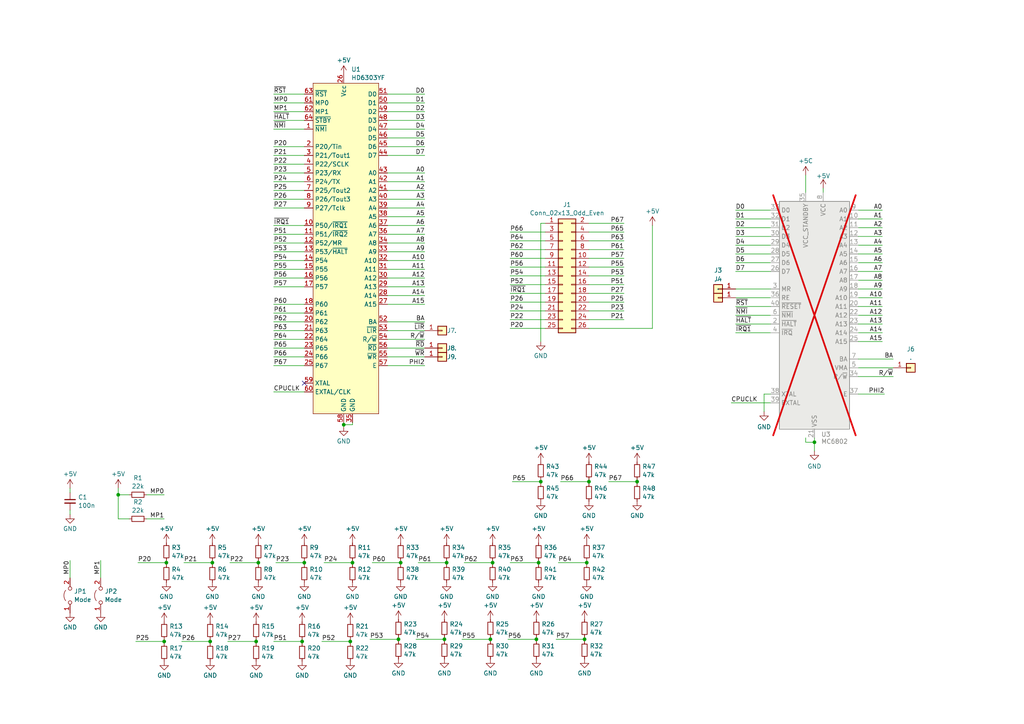
<source format=kicad_sch>
(kicad_sch (version 20230121) (generator eeschema)
  (paper "A4")
  (junction (at 184.785 139.7))
  (junction (at 74.93 163.195))
  (junction (at 128.905 185.42))
  (junction (at 169.545 185.42))
  (junction (at 156.21 163.195))
  (junction (at 129.54 163.195))
  (junction (at 61.595 163.195))
  (junction (at 236.22 128.27))
  (junction (at 99.695 123.19))
  (junction (at 101.6 186.055))
  (junction (at 88.265 163.195))
  (junction (at 102.235 163.195))
  (junction (at 47.625 186.055))
  (junction (at 116.205 163.195))
  (junction (at 142.24 185.42))
  (junction (at 155.575 185.42))
  (junction (at 156.845 139.7))
  (junction (at 34.29 143.51))
  (junction (at 142.875 163.195))
  (junction (at 60.96 186.055))
  (junction (at 87.63 186.055))
  (junction (at 170.815 139.7))
  (junction (at 115.57 185.42))
  (junction (at 48.26 163.195))
  (junction (at 170.18 163.195))
  (junction (at 74.295 186.055))
  (no_connect (at 88.265 111.125))
  (wire (pts (xy 79.375 80.645) (xy 88.265 80.645)))
  (wire (pts (xy 223.52 73.66) (xy 213.36 73.66)))
  (wire (pts (xy 170.815 92.71) (xy 180.975 92.71)))
  (wire (pts (xy 79.375 113.665) (xy 88.265 113.665)))
  (wire (pts (xy 248.92 99.06) (xy 255.905 99.06)))
  (wire (pts (xy 156.21 163.195) (xy 156.21 162.56)))
  (wire (pts (xy 170.815 95.25) (xy 189.23 95.25)))
  (wire (pts (xy 79.375 45.085) (xy 88.265 45.085)))
  (wire (pts (xy 20.32 149.225) (xy 20.32 147.955)))
  (wire (pts (xy 259.08 104.14) (xy 248.92 104.14)))
  (wire (pts (xy 223.52 60.96) (xy 213.36 60.96)))
  (wire (pts (xy 112.395 83.185) (xy 123.19 83.185)))
  (wire (pts (xy 170.815 77.47) (xy 180.975 77.47)))
  (wire (pts (xy 87.63 186.055) (xy 87.63 185.42)))
  (wire (pts (xy 47.625 186.055) (xy 47.625 185.42)))
  (wire (pts (xy 40.005 163.195) (xy 48.26 163.195)))
  (wire (pts (xy 223.52 66.04) (xy 213.36 66.04)))
  (wire (pts (xy 79.375 60.325) (xy 88.265 60.325)))
  (wire (pts (xy 112.395 88.265) (xy 123.19 88.265)))
  (wire (pts (xy 116.205 163.83) (xy 116.205 163.195)))
  (wire (pts (xy 79.375 37.465) (xy 88.265 37.465)))
  (wire (pts (xy 74.93 163.195) (xy 74.93 162.56)))
  (wire (pts (xy 61.595 163.83) (xy 61.595 163.195)))
  (wire (pts (xy 213.36 83.82) (xy 223.52 83.82)))
  (wire (pts (xy 20.32 167.64) (xy 20.32 162.56)))
  (wire (pts (xy 112.395 52.705) (xy 123.19 52.705)))
  (wire (pts (xy 99.695 122.555) (xy 99.695 123.19)))
  (wire (pts (xy 128.905 186.055) (xy 128.905 185.42)))
  (wire (pts (xy 88.265 163.83) (xy 88.265 163.195)))
  (wire (pts (xy 129.54 163.195) (xy 129.54 162.56)))
  (wire (pts (xy 74.93 163.83) (xy 74.93 163.195)))
  (wire (pts (xy 112.395 60.325) (xy 123.19 60.325)))
  (wire (pts (xy 107.315 185.42) (xy 115.57 185.42)))
  (wire (pts (xy 112.395 50.165) (xy 123.19 50.165)))
  (wire (pts (xy 212.09 116.84) (xy 223.52 116.84)))
  (wire (pts (xy 112.395 98.425) (xy 123.19 98.425)))
  (wire (pts (xy 233.68 128.27) (xy 233.68 127)))
  (wire (pts (xy 74.295 186.055) (xy 74.295 185.42)))
  (wire (pts (xy 223.52 114.3) (xy 221.615 114.3)))
  (wire (pts (xy 29.21 167.64) (xy 29.21 162.56)))
  (wire (pts (xy 213.36 88.9) (xy 223.52 88.9)))
  (wire (pts (xy 79.375 27.305) (xy 88.265 27.305)))
  (wire (pts (xy 79.375 73.025) (xy 88.265 73.025)))
  (wire (pts (xy 213.36 96.52) (xy 223.52 96.52)))
  (wire (pts (xy 156.845 139.7) (xy 156.845 139.065)))
  (wire (pts (xy 112.395 78.105) (xy 123.19 78.105)))
  (wire (pts (xy 169.545 186.055) (xy 169.545 185.42)))
  (wire (pts (xy 20.32 141.605) (xy 20.32 142.875)))
  (wire (pts (xy 147.955 163.195) (xy 156.21 163.195)))
  (wire (pts (xy 213.36 86.36) (xy 223.52 86.36)))
  (wire (pts (xy 112.395 29.845) (xy 123.19 29.845)))
  (wire (pts (xy 79.375 50.165) (xy 88.265 50.165)))
  (wire (pts (xy 112.395 73.025) (xy 123.19 73.025)))
  (wire (pts (xy 79.375 57.785) (xy 88.265 57.785)))
  (wire (pts (xy 79.375 90.805) (xy 88.265 90.805)))
  (wire (pts (xy 112.395 34.925) (xy 123.19 34.925)))
  (wire (pts (xy 259.08 106.68) (xy 248.92 106.68)))
  (wire (pts (xy 47.625 186.69) (xy 47.625 186.055)))
  (wire (pts (xy 142.875 163.83) (xy 142.875 163.195)))
  (wire (pts (xy 248.92 96.52) (xy 255.905 96.52)))
  (wire (pts (xy 79.375 32.385) (xy 88.265 32.385)))
  (wire (pts (xy 112.395 80.645) (xy 123.19 80.645)))
  (wire (pts (xy 156.845 140.335) (xy 156.845 139.7)))
  (wire (pts (xy 93.98 163.195) (xy 102.235 163.195)))
  (wire (pts (xy 170.18 163.83) (xy 170.18 163.195)))
  (wire (pts (xy 79.375 98.425) (xy 88.265 98.425)))
  (wire (pts (xy 112.395 85.725) (xy 123.19 85.725)))
  (wire (pts (xy 112.395 65.405) (xy 123.19 65.405)))
  (wire (pts (xy 170.815 87.63) (xy 180.975 87.63)))
  (wire (pts (xy 112.395 32.385) (xy 123.19 32.385)))
  (wire (pts (xy 142.24 185.42) (xy 142.24 184.785)))
  (wire (pts (xy 34.29 150.495) (xy 37.465 150.495)))
  (wire (pts (xy 79.375 70.485) (xy 88.265 70.485)))
  (wire (pts (xy 79.375 106.045) (xy 88.265 106.045)))
  (wire (pts (xy 52.705 186.055) (xy 60.96 186.055)))
  (wire (pts (xy 248.92 93.98) (xy 255.905 93.98)))
  (wire (pts (xy 60.96 186.055) (xy 60.96 185.42)))
  (wire (pts (xy 88.265 163.195) (xy 88.265 162.56)))
  (wire (pts (xy 236.22 128.27) (xy 236.22 130.81)))
  (wire (pts (xy 170.815 74.93) (xy 180.975 74.93)))
  (wire (pts (xy 107.95 163.195) (xy 116.205 163.195)))
  (wire (pts (xy 223.52 68.58) (xy 213.36 68.58)))
  (wire (pts (xy 233.68 50.8) (xy 233.68 55.88)))
  (wire (pts (xy 134.62 163.195) (xy 142.875 163.195)))
  (wire (pts (xy 112.395 62.865) (xy 123.19 62.865)))
  (wire (pts (xy 34.29 141.605) (xy 34.29 143.51)))
  (wire (pts (xy 170.815 72.39) (xy 180.975 72.39)))
  (wire (pts (xy 147.955 87.63) (xy 158.115 87.63)))
  (wire (pts (xy 60.96 186.69) (xy 60.96 186.055)))
  (wire (pts (xy 189.23 65.405) (xy 189.23 95.25)))
  (wire (pts (xy 80.01 163.195) (xy 88.265 163.195)))
  (wire (pts (xy 155.575 186.055) (xy 155.575 185.42)))
  (wire (pts (xy 248.92 60.96) (xy 255.905 60.96)))
  (wire (pts (xy 162.56 139.7) (xy 170.815 139.7)))
  (wire (pts (xy 147.955 72.39) (xy 158.115 72.39)))
  (wire (pts (xy 79.375 34.925) (xy 88.265 34.925)))
  (wire (pts (xy 112.395 57.785) (xy 123.19 57.785)))
  (wire (pts (xy 79.375 88.265) (xy 88.265 88.265)))
  (wire (pts (xy 79.375 55.245) (xy 88.265 55.245)))
  (wire (pts (xy 248.92 83.82) (xy 255.905 83.82)))
  (wire (pts (xy 238.76 54.61) (xy 238.76 55.88)))
  (wire (pts (xy 79.375 29.845) (xy 88.265 29.845)))
  (wire (pts (xy 79.375 83.185) (xy 88.265 83.185)))
  (wire (pts (xy 79.375 186.055) (xy 87.63 186.055)))
  (wire (pts (xy 34.29 143.51) (xy 37.465 143.51)))
  (wire (pts (xy 147.32 185.42) (xy 155.575 185.42)))
  (wire (pts (xy 170.815 80.01) (xy 180.975 80.01)))
  (wire (pts (xy 116.205 163.195) (xy 116.205 162.56)))
  (wire (pts (xy 148.59 139.7) (xy 156.845 139.7)))
  (wire (pts (xy 79.375 52.705) (xy 88.265 52.705)))
  (wire (pts (xy 221.615 114.3) (xy 221.615 119.38)))
  (wire (pts (xy 112.395 103.505) (xy 123.19 103.505)))
  (wire (pts (xy 248.92 71.12) (xy 255.905 71.12)))
  (wire (pts (xy 61.595 163.195) (xy 61.595 162.56)))
  (wire (pts (xy 156.21 163.83) (xy 156.21 163.195)))
  (wire (pts (xy 170.815 140.335) (xy 170.815 139.7)))
  (wire (pts (xy 248.92 73.66) (xy 255.905 73.66)))
  (wire (pts (xy 248.92 86.36) (xy 255.905 86.36)))
  (wire (pts (xy 133.985 185.42) (xy 142.24 185.42)))
  (wire (pts (xy 223.52 76.2) (xy 213.36 76.2)))
  (wire (pts (xy 170.815 67.31) (xy 180.975 67.31)))
  (wire (pts (xy 93.345 186.055) (xy 101.6 186.055)))
  (wire (pts (xy 42.545 143.51) (xy 47.625 143.51)))
  (wire (pts (xy 248.92 76.2) (xy 255.905 76.2)))
  (wire (pts (xy 156.845 64.77) (xy 156.845 99.06)))
  (wire (pts (xy 170.815 69.85) (xy 180.975 69.85)))
  (wire (pts (xy 248.92 68.58) (xy 255.905 68.58)))
  (wire (pts (xy 112.395 27.305) (xy 123.19 27.305)))
  (wire (pts (xy 147.955 85.09) (xy 158.115 85.09)))
  (wire (pts (xy 158.115 64.77) (xy 156.845 64.77)))
  (wire (pts (xy 79.375 47.625) (xy 88.265 47.625)))
  (wire (pts (xy 248.92 88.9) (xy 255.905 88.9)))
  (wire (pts (xy 79.375 100.965) (xy 88.265 100.965)))
  (wire (pts (xy 66.04 186.055) (xy 74.295 186.055)))
  (wire (pts (xy 169.545 185.42) (xy 169.545 184.785)))
  (wire (pts (xy 223.52 63.5) (xy 213.36 63.5)))
  (wire (pts (xy 79.375 93.345) (xy 88.265 93.345)))
  (wire (pts (xy 176.53 139.7) (xy 184.785 139.7)))
  (wire (pts (xy 147.955 95.25) (xy 158.115 95.25)))
  (wire (pts (xy 147.955 90.17) (xy 158.115 90.17)))
  (wire (pts (xy 112.395 95.885) (xy 123.19 95.885)))
  (wire (pts (xy 79.375 65.405) (xy 88.265 65.405)))
  (wire (pts (xy 248.92 78.74) (xy 255.905 78.74)))
  (wire (pts (xy 102.235 122.555) (xy 102.235 123.19)))
  (wire (pts (xy 99.695 123.19) (xy 99.695 123.825)))
  (wire (pts (xy 102.235 123.19) (xy 99.695 123.19)))
  (wire (pts (xy 129.54 163.83) (xy 129.54 163.195)))
  (wire (pts (xy 115.57 185.42) (xy 115.57 184.785)))
  (wire (pts (xy 79.375 42.545) (xy 88.265 42.545)))
  (wire (pts (xy 213.36 93.98) (xy 223.52 93.98)))
  (wire (pts (xy 42.545 150.495) (xy 47.625 150.495)))
  (wire (pts (xy 142.875 163.195) (xy 142.875 162.56)))
  (wire (pts (xy 79.375 78.105) (xy 88.265 78.105)))
  (wire (pts (xy 161.925 163.195) (xy 170.18 163.195)))
  (wire (pts (xy 147.955 82.55) (xy 158.115 82.55)))
  (wire (pts (xy 120.65 185.42) (xy 128.905 185.42)))
  (wire (pts (xy 248.92 91.44) (xy 255.905 91.44)))
  (wire (pts (xy 223.52 71.12) (xy 213.36 71.12)))
  (wire (pts (xy 147.955 80.01) (xy 158.115 80.01)))
  (wire (pts (xy 79.375 95.885) (xy 88.265 95.885)))
  (wire (pts (xy 34.29 143.51) (xy 34.29 150.495)))
  (wire (pts (xy 170.815 82.55) (xy 180.975 82.55)))
  (wire (pts (xy 161.29 185.42) (xy 169.545 185.42)))
  (wire (pts (xy 79.375 67.945) (xy 88.265 67.945)))
  (wire (pts (xy 248.92 63.5) (xy 255.905 63.5)))
  (wire (pts (xy 147.955 92.71) (xy 158.115 92.71)))
  (wire (pts (xy 101.6 186.055) (xy 101.6 185.42)))
  (wire (pts (xy 170.815 139.7) (xy 170.815 139.065)))
  (wire (pts (xy 102.235 163.195) (xy 102.235 162.56)))
  (wire (pts (xy 184.785 139.7) (xy 184.785 139.065)))
  (wire (pts (xy 213.36 91.44) (xy 223.52 91.44)))
  (wire (pts (xy 74.295 186.69) (xy 74.295 186.055)))
  (wire (pts (xy 259.08 109.22) (xy 248.92 109.22)))
  (wire (pts (xy 142.24 186.055) (xy 142.24 185.42)))
  (wire (pts (xy 184.785 140.335) (xy 184.785 139.7)))
  (wire (pts (xy 256.54 114.3) (xy 248.92 114.3)))
  (wire (pts (xy 112.395 55.245) (xy 123.19 55.245)))
  (wire (pts (xy 112.395 42.545) (xy 123.19 42.545)))
  (wire (pts (xy 223.52 78.74) (xy 213.36 78.74)))
  (wire (pts (xy 170.815 64.77) (xy 180.975 64.77)))
  (wire (pts (xy 147.955 67.31) (xy 158.115 67.31)))
  (wire (pts (xy 112.395 93.345) (xy 123.19 93.345)))
  (wire (pts (xy 147.955 74.93) (xy 158.115 74.93)))
  (wire (pts (xy 66.675 163.195) (xy 74.93 163.195)))
  (wire (pts (xy 79.375 103.505) (xy 88.265 103.505)))
  (wire (pts (xy 128.905 185.42) (xy 128.905 184.785)))
  (wire (pts (xy 248.92 81.28) (xy 255.905 81.28)))
  (wire (pts (xy 115.57 186.055) (xy 115.57 185.42)))
  (wire (pts (xy 236.22 127) (xy 236.22 128.27)))
  (wire (pts (xy 121.285 163.195) (xy 129.54 163.195)))
  (wire (pts (xy 112.395 67.945) (xy 123.19 67.945)))
  (wire (pts (xy 170.18 163.195) (xy 170.18 162.56)))
  (wire (pts (xy 101.6 186.69) (xy 101.6 186.055)))
  (wire (pts (xy 79.375 75.565) (xy 88.265 75.565)))
  (wire (pts (xy 248.92 66.04) (xy 255.905 66.04)))
  (wire (pts (xy 112.395 45.085) (xy 123.19 45.085)))
  (wire (pts (xy 236.22 128.27) (xy 233.68 128.27)))
  (wire (pts (xy 170.815 85.09) (xy 180.975 85.09)))
  (wire (pts (xy 53.34 163.195) (xy 61.595 163.195)))
  (wire (pts (xy 48.26 163.195) (xy 48.26 162.56)))
  (wire (pts (xy 48.26 163.83) (xy 48.26 163.195)))
  (wire (pts (xy 147.955 69.85) (xy 158.115 69.85)))
  (wire (pts (xy 112.395 70.485) (xy 123.19 70.485)))
  (wire (pts (xy 112.395 37.465) (xy 123.19 37.465)))
  (wire (pts (xy 112.395 75.565) (xy 123.19 75.565)))
  (wire (pts (xy 147.955 77.47) (xy 158.115 77.47)))
  (wire (pts (xy 87.63 186.69) (xy 87.63 186.055)))
  (wire (pts (xy 102.235 163.83) (xy 102.235 163.195)))
  (wire (pts (xy 39.37 186.055) (xy 47.625 186.055)))
  (wire (pts (xy 155.575 185.42) (xy 155.575 184.785)))
  (wire (pts (xy 112.395 100.965) (xy 123.19 100.965)))
  (wire (pts (xy 112.395 106.045) (xy 123.19 106.045)))
  (wire (pts (xy 170.815 90.17) (xy 180.975 90.17)))
  (wire (pts (xy 112.395 40.005) (xy 123.19 40.005)))
  (label "A8" (at 255.905 81.28 180))
  (label "P54" (at 79.375 75.565 0))
  (label "P61" (at 180.975 72.39 180))
  (label "D3" (at 123.19 34.925 180))
  (label "R{slash}~{W}" (at 123.19 98.425 180))
  (label "PHI2" (at 256.54 114.3 180))
  (label "P55" (at 79.375 78.105 0))
  (label "BA" (at 259.08 104.14 180))
  (label "PHI2" (at 123.19 106.045 180))
  (label "MP1" (at 79.375 32.385 0))
  (label "P63" (at 147.955 163.195 0))
  (label "D1" (at 213.36 63.5 0))
  (label "~{IRQ1}" (at 79.375 65.405 0))
  (label "A14" (at 255.905 96.52 180))
  (label "P66" (at 162.56 139.7 0))
  (label "P57" (at 180.975 74.93 180))
  (label "P53" (at 79.375 73.025 0))
  (label "A7" (at 123.19 67.945 180))
  (label "P24" (at 147.955 90.17 0))
  (label "D7" (at 213.36 78.74 0))
  (label "~{NMI}" (at 213.36 91.44 0))
  (label "P27" (at 180.975 85.09 180))
  (label "P25" (at 39.37 186.055 0))
  (label "P26" (at 52.705 186.055 0))
  (label "P61" (at 79.375 90.805 0))
  (label "P60" (at 147.955 74.93 0))
  (label "A6" (at 255.905 76.2 180))
  (label "P67" (at 180.975 64.77 180))
  (label "A15" (at 123.19 88.265 180))
  (label "~{HALT}" (at 79.375 34.925 0))
  (label "P62" (at 79.375 93.345 0))
  (label "R{slash}~{W}" (at 259.08 109.22 180))
  (label "D3" (at 213.36 68.58 0))
  (label "P22" (at 147.955 92.71 0))
  (label "P56" (at 147.955 77.47 0))
  (label "P64" (at 161.925 163.195 0))
  (label "D6" (at 213.36 76.2 0))
  (label "P54" (at 120.65 185.42 0))
  (label "P65" (at 180.975 67.31 180))
  (label "A5" (at 255.905 73.66 180))
  (label "P20" (at 79.375 42.545 0))
  (label "A6" (at 123.19 65.405 180))
  (label "P22" (at 66.675 163.195 0))
  (label "A5" (at 123.19 62.865 180))
  (label "A1" (at 255.905 63.5 180))
  (label "P66" (at 79.375 103.505 0))
  (label "P51" (at 180.975 82.55 180))
  (label "P25" (at 180.975 87.63 180))
  (label "P23" (at 80.01 163.195 0))
  (label "P26" (at 79.375 57.785 0))
  (label "P61" (at 121.285 163.195 0))
  (label "D0" (at 213.36 60.96 0))
  (label "BA" (at 123.19 93.345 180))
  (label "P23" (at 79.375 50.165 0))
  (label "D7" (at 123.19 45.085 180))
  (label "D2" (at 213.36 66.04 0))
  (label "P64" (at 79.375 98.425 0))
  (label "~{WR}" (at 123.19 103.505 180))
  (label "P24" (at 93.98 163.195 0))
  (label "P20" (at 40.005 163.195 0))
  (label "~{IRQ1}" (at 213.36 96.52 0))
  (label "A3" (at 255.905 68.58 180))
  (label "D5" (at 213.36 73.66 0))
  (label "CPUCLK" (at 79.375 113.665 0))
  (label "P51" (at 79.375 67.945 0))
  (label "A12" (at 123.19 80.645 180))
  (label "P63" (at 79.375 95.885 0))
  (label "P57" (at 79.375 83.185 0))
  (label "P55" (at 180.975 77.47 180))
  (label "P63" (at 180.975 69.85 180))
  (label "P21" (at 79.375 45.085 0))
  (label "P52" (at 79.375 70.485 0))
  (label "D6" (at 123.19 42.545 180))
  (label "P57" (at 161.29 185.42 0))
  (label "A0" (at 255.905 60.96 180))
  (label "P67" (at 79.375 106.045 0))
  (label "P52" (at 147.955 82.55 0))
  (label "P27" (at 66.04 186.055 0))
  (label "P20" (at 147.955 95.25 0))
  (label "P62" (at 147.955 72.39 0))
  (label "P53" (at 107.315 185.42 0))
  (label "D0" (at 123.19 27.305 180))
  (label "~{IRQ1}" (at 147.955 85.09 0))
  (label "MP0" (at 79.375 29.845 0))
  (label "D1" (at 123.19 29.845 180))
  (label "MP0" (at 20.32 162.56 270))
  (label "P21" (at 180.975 92.71 180))
  (label "P53" (at 180.975 80.01 180))
  (label "P27" (at 79.375 60.325 0))
  (label "P65" (at 79.375 100.965 0))
  (label "P22" (at 79.375 47.625 0))
  (label "D5" (at 123.19 40.005 180))
  (label "P60" (at 79.375 88.265 0))
  (label "D2" (at 123.19 32.385 180))
  (label "A8" (at 123.19 70.485 180))
  (label "P56" (at 147.32 185.42 0))
  (label "A0" (at 123.19 50.165 180))
  (label "A2" (at 255.905 66.04 180))
  (label "P64" (at 147.955 69.85 0))
  (label "P52" (at 93.345 186.055 0))
  (label "P54" (at 147.955 80.01 0))
  (label "~{LIR}" (at 123.19 95.885 180))
  (label "~{HALT}" (at 213.36 93.98 0))
  (label "P60" (at 107.95 163.195 0))
  (label "P62" (at 134.62 163.195 0))
  (label "~{RST}" (at 79.375 27.305 0))
  (label "P55" (at 133.985 185.42 0))
  (label "A13" (at 123.19 83.185 180))
  (label "~{RD}" (at 123.19 100.965 180))
  (label "MP1" (at 29.21 162.56 270))
  (label "CPUCLK" (at 212.09 116.84 0))
  (label "A11" (at 255.905 88.9 180))
  (label "MP0" (at 47.625 143.51 180))
  (label "A9" (at 123.19 73.025 180))
  (label "A10" (at 123.19 75.565 180))
  (label "P66" (at 147.955 67.31 0))
  (label "A10" (at 255.905 86.36 180))
  (label "P24" (at 79.375 52.705 0))
  (label "~{RST}" (at 213.36 88.9 0))
  (label "P26" (at 147.955 87.63 0))
  (label "A2" (at 123.19 55.245 180))
  (label "A12" (at 255.905 91.44 180))
  (label "A13" (at 255.905 93.98 180))
  (label "MP1" (at 47.625 150.495 180))
  (label "P21" (at 53.34 163.195 0))
  (label "A4" (at 123.19 60.325 180))
  (label "A9" (at 255.905 83.82 180))
  (label "P65" (at 148.59 139.7 0))
  (label "P51" (at 79.375 186.055 0))
  (label "A3" (at 123.19 57.785 180))
  (label "A7" (at 255.905 78.74 180))
  (label "P67" (at 176.53 139.7 0))
  (label "A14" (at 123.19 85.725 180))
  (label "A4" (at 255.905 71.12 180))
  (label "A15" (at 255.905 99.06 180))
  (label "A11" (at 123.19 78.105 180))
  (label "P56" (at 79.375 80.645 0))
  (label "~{NMI}" (at 79.375 37.465 0))
  (label "P23" (at 180.975 90.17 180))
  (label "D4" (at 213.36 71.12 0))
  (label "D4" (at 123.19 37.465 180))
  (label "A1" (at 123.19 52.705 180))
  (label "P25" (at 79.375 55.245 0))
  (symbol (lib_id "power:+5V") (at 170.18 157.48 0) (unit 1)
    (property "Reference" "#PWR048" (effects hide))
    (property "Value" "+5V" (at 170.18 153.3469 0))
  )
  (symbol (lib_id "Device:R_Small") (at 115.57 182.245 0) (unit 1)
    (property "Reference" "R23" (at 117.0686 181.0329 0) (effects (justify left)))
    (property "Value" "47k" (at 117.0686 183.4571 0) (effects (justify left)))
    (property "Footprint" "Resistor_SMD:R_1206_3216Metric_Pad1.30x1.75mm_HandSolder" (effects hide))
  )
  (symbol (lib_id "power:+5V") (at 47.625 180.34 0) (unit 1)
    (property "Reference" "#PWR024" (effects hide))
    (property "Value" "+5V" (at 47.625 176.2069 0))
  )
  (symbol (lib_id "Device:R_Small") (at 87.63 182.88 0) (unit 1)
    (property "Reference" "R16" (at 89.1286 181.6679 0) (effects (justify left)))
    (property "Value" "47k" (at 89.1286 184.0921 0) (effects (justify left)))
    (property "Footprint" "Resistor_SMD:R_1206_3216Metric_Pad1.30x1.75mm_HandSolder" (effects hide))
  )
  (symbol (lib_id "Device:R_Small") (at 48.26 166.37 0) (unit 1)
    (property "Reference" "R4" (at 49.7586 165.1579 0) (effects (justify left)))
    (property "Value" "47k" (at 49.7586 167.5821 0) (effects (justify left)))
    (property "Footprint" "Resistor_SMD:R_1206_3216Metric_Pad1.30x1.75mm_HandSolder" (effects hide))
  )
  (symbol (lib_id "Device:R_Small") (at 155.575 188.595 0) (unit 1)
    (property "Reference" "R31" (at 157.0736 187.3829 0) (effects (justify left)))
    (property "Value" "47k" (at 157.0736 189.8071 0) (effects (justify left)))
    (property "Footprint" "Resistor_SMD:R_1206_3216Metric_Pad1.30x1.75mm_HandSolder" (effects hide))
  )
  (symbol (lib_id "power:GND") (at 116.205 168.91 0) (unit 1)
    (property "Reference" "#PWR049" (effects hide))
    (property "Value" "GND" (at 116.205 173.0431 0))
  )
  (symbol (lib_id "power:GND") (at 115.57 191.135 0) (unit 1)
    (property "Reference" "#PWR039" (effects hide))
    (property "Value" "GND" (at 115.57 195.2681 0))
  )
  (symbol (lib_id "Connector_Generic:Conn_01x01") (at 208.28 83.82 0) (mirror y) (unit 1)
    (property "Reference" "J3" (at 208.28 78.4057 0))
    (property "Value" "." (at 208.28 80.8299 0))
    (property "Footprint" "Connector_PinHeader_2.00mm:PinHeader_1x01_P2.00mm_Vertical" (effects hide))
  )
  (symbol (lib_id "power:GND") (at 102.235 168.91 0) (unit 1)
    (property "Reference" "#PWR023" (effects hide))
    (property "Value" "GND" (at 102.235 173.0431 0))
  )
  (symbol (lib_id "Device:R_Small") (at 101.6 189.23 0) (unit 1)
    (property "Reference" "R22" (at 103.0986 188.0179 0) (effects (justify left)))
    (property "Value" "47k" (at 103.0986 190.4421 0) (effects (justify left)))
    (property "Footprint" "Resistor_SMD:R_1206_3216Metric_Pad1.30x1.75mm_HandSolder" (effects hide))
  )
  (symbol (lib_id "Device:R_Small") (at 170.18 160.02 0) (unit 1)
    (property "Reference" "R37" (at 171.6786 158.8079 0) (effects (justify left)))
    (property "Value" "47k" (at 171.6786 161.2321 0) (effects (justify left)))
    (property "Footprint" "Resistor_SMD:R_1206_3216Metric_Pad1.30x1.75mm_HandSolder" (effects hide))
  )
  (symbol (lib_id "power:GND") (at 170.18 168.91 0) (unit 1)
    (property "Reference" "#PWR053" (effects hide))
    (property "Value" "GND" (at 170.18 173.0431 0))
  )
  (symbol (lib_id "Device:R_Small") (at 88.265 160.02 0) (unit 1)
    (property "Reference" "R9" (at 89.7636 158.8079 0) (effects (justify left)))
    (property "Value" "47k" (at 89.7636 161.2321 0) (effects (justify left)))
    (property "Footprint" "Resistor_SMD:R_1206_3216Metric_Pad1.30x1.75mm_HandSolder" (effects hide))
  )
  (symbol (lib_id "power:GND") (at 221.615 119.38 0) (mirror y) (unit 1)
    (property "Reference" "#PWR018" (effects hide))
    (property "Value" "GND" (at 221.615 123.8234 0))
  )
  (symbol (lib_id "Device:R_Small") (at 88.265 166.37 0) (unit 1)
    (property "Reference" "R10" (at 89.7636 165.1579 0) (effects (justify left)))
    (property "Value" "47k" (at 89.7636 167.5821 0) (effects (justify left)))
    (property "Footprint" "Resistor_SMD:R_1206_3216Metric_Pad1.30x1.75mm_HandSolder" (effects hide))
  )
  (symbol (lib_id "Device:C_Small") (at 20.32 145.415 0) (unit 1)
    (property "Reference" "C1" (at 22.6441 144.2092 0) (effects (justify left)))
    (property "Value" "100n" (at 22.6441 146.6334 0) (effects (justify left)))
    (property "Footprint" "Capacitor_SMD:C_1206_3216Metric_Pad1.33x1.80mm_HandSolder" (effects hide))
  )
  (symbol (lib_id "Device:R_Small") (at 129.54 166.37 0) (unit 1)
    (property "Reference" "R39" (at 131.0386 165.1579 0) (effects (justify left)))
    (property "Value" "47k" (at 131.0386 167.5821 0) (effects (justify left)))
    (property "Footprint" "Resistor_SMD:R_1206_3216Metric_Pad1.30x1.75mm_HandSolder" (effects hide))
  )
  (symbol (lib_id "Device:R_Small") (at 48.26 160.02 0) (unit 1)
    (property "Reference" "R3" (at 49.7586 158.8079 0) (effects (justify left)))
    (property "Value" "47k" (at 49.7586 161.2321 0) (effects (justify left)))
    (property "Footprint" "Resistor_SMD:R_1206_3216Metric_Pad1.30x1.75mm_HandSolder" (effects hide))
  )
  (symbol (lib_id "Connector_Generic:Conn_02x13_Odd_Even") (at 163.195 80.01 0) (unit 1)
    (property "Reference" "J1" (at 164.465 59.3557 0))
    (property "Value" "Conn_02x13_Odd_Even" (at 164.465 61.7799 0))
    (property "Footprint" "Connector_PinHeader_2.54mm:PinHeader_2x13_P2.54mm_Horizontal" (effects hide))
  )
  (symbol (lib_id "power:GND") (at 170.815 145.415 0) (unit 1)
    (property "Reference" "#PWR057" (effects hide))
    (property "Value" "GND" (at 170.815 149.5481 0))
  )
  (symbol (lib_id "power:GND") (at 74.295 191.77 0) (unit 1)
    (property "Reference" "#PWR030" (effects hide))
    (property "Value" "GND" (at 74.295 195.9031 0))
  )
  (symbol (lib_id "power:GND") (at 74.93 168.91 0) (unit 1)
    (property "Reference" "#PWR013" (effects hide))
    (property "Value" "GND" (at 74.93 173.0431 0))
  )
  (symbol (lib_id "power:GND") (at 29.21 177.8 0) (unit 1)
    (property "Reference" "#PWR05" (effects hide))
    (property "Value" "GND" (at 29.21 181.9331 0))
  )
  (symbol (lib_id "power:GND") (at 155.575 191.135 0) (unit 1)
    (property "Reference" "#PWR042" (effects hide))
    (property "Value" "GND" (at 155.575 195.2681 0))
  )
  (symbol (lib_id "Device:R_Small") (at 74.93 166.37 0) (unit 1)
    (property "Reference" "R8" (at 76.4286 165.1579 0) (effects (justify left)))
    (property "Value" "47k" (at 76.4286 167.5821 0) (effects (justify left)))
    (property "Footprint" "Resistor_SMD:R_1206_3216Metric_Pad1.30x1.75mm_HandSolder" (effects hide))
  )
  (symbol (lib_id "Connector_Generic:Conn_01x01") (at 128.27 100.965 0) (unit 1)
    (property "Reference" "J8" (at 130.81 100.965 0))
    (property "Value" "." (at 132.08 100.965 0))
    (property "Footprint" "Connector_PinHeader_2.00mm:PinHeader_1x01_P2.00mm_Vertical" (effects hide))
  )
  (symbol (lib_id "power:GND") (at 88.265 168.91 0) (unit 1)
    (property "Reference" "#PWR021" (effects hide))
    (property "Value" "GND" (at 88.265 173.0431 0))
  )
  (symbol (lib_id "power:GND") (at 101.6 191.77 0) (unit 1)
    (property "Reference" "#PWR033" (effects hide))
    (property "Value" "GND" (at 101.6 195.9031 0))
  )
  (symbol (lib_id "power:GND") (at 184.785 145.415 0) (unit 1)
    (property "Reference" "#PWR059" (effects hide))
    (property "Value" "GND" (at 184.785 149.5481 0))
  )
  (symbol (lib_id "power:GND") (at 47.625 191.77 0) (unit 1)
    (property "Reference" "#PWR028" (effects hide))
    (property "Value" "GND" (at 47.625 195.9031 0))
  )
  (symbol (lib_id "power:+5V") (at 101.6 180.34 0) (unit 1)
    (property "Reference" "#PWR032" (effects hide))
    (property "Value" "+5V" (at 101.6 176.2069 0))
  )
  (symbol (lib_id "Device:R_Small") (at 142.875 160.02 0) (unit 1)
    (property "Reference" "R35" (at 144.3736 158.8079 0) (effects (justify left)))
    (property "Value" "47k" (at 144.3736 161.2321 0) (effects (justify left)))
    (property "Footprint" "Resistor_SMD:R_1206_3216Metric_Pad1.30x1.75mm_HandSolder" (effects hide))
  )
  (symbol (lib_id "Jumper:Jumper_2_Open") (at 29.21 172.72 90) (unit 1)
    (property "Reference" "JP2" (at 30.353 171.5079 90) (effects (justify right)))
    (property "Value" "Mode" (at 30.353 173.9321 90) (effects (justify right)))
    (property "Footprint" "Connector_PinHeader_2.54mm:PinHeader_1x02_P2.54mm_Vertical" (effects hide))
  )
  (symbol (lib_id "power:GND") (at 61.595 168.91 0) (unit 1)
    (property "Reference" "#PWR011" (effects hide))
    (property "Value" "GND" (at 61.595 173.0431 0))
  )
  (symbol (lib_id "power:GND") (at 99.695 123.825 0) (unit 1)
    (property "Reference" "#PWR02" (effects hide))
    (property "Value" "GND" (at 99.695 127.9581 0))
  )
  (symbol (lib_id "Device:R_Small") (at 142.875 166.37 0) (unit 1)
    (property "Reference" "R40" (at 144.3736 165.1579 0) (effects (justify left)))
    (property "Value" "47k" (at 144.3736 167.5821 0) (effects (justify left)))
    (property "Footprint" "Resistor_SMD:R_1206_3216Metric_Pad1.30x1.75mm_HandSolder" (effects hide))
  )
  (symbol (lib_id "Device:R_Small") (at 116.205 166.37 0) (unit 1)
    (property "Reference" "R38" (at 117.7036 165.1579 0) (effects (justify left)))
    (property "Value" "47k" (at 117.7036 167.5821 0) (effects (justify left)))
    (property "Footprint" "Resistor_SMD:R_1206_3216Metric_Pad1.30x1.75mm_HandSolder" (effects hide))
  )
  (symbol (lib_id "Device:R_Small") (at 40.005 150.495 90) (unit 1)
    (property "Reference" "R2" (at 40.005 145.6141 90))
    (property "Value" "22k" (at 40.005 148.0383 90))
    (property "Footprint" "Resistor_SMD:R_1206_3216Metric_Pad1.30x1.75mm_HandSolder" (effects hide))
  )
  (symbol (lib_id "Device:R_Small") (at 142.24 182.245 0) (unit 1)
    (property "Reference" "R25" (at 143.7386 181.0329 0) (effects (justify left)))
    (property "Value" "47k" (at 143.7386 183.4571 0) (effects (justify left)))
    (property "Footprint" "Resistor_SMD:R_1206_3216Metric_Pad1.30x1.75mm_HandSolder" (effects hide))
  )
  (symbol (lib_id "Device:R_Small") (at 74.93 160.02 0) (unit 1)
    (property "Reference" "R7" (at 76.4286 158.8079 0) (effects (justify left)))
    (property "Value" "47k" (at 76.4286 161.2321 0) (effects (justify left)))
    (property "Footprint" "Resistor_SMD:R_1206_3216Metric_Pad1.30x1.75mm_HandSolder" (effects hide))
  )
  (symbol (lib_id "power:GND") (at 156.845 145.415 0) (unit 1)
    (property "Reference" "#PWR056" (effects hide))
    (property "Value" "GND" (at 156.845 149.5481 0))
  )
  (symbol (lib_id "Device:R_Small") (at 156.21 166.37 0) (unit 1)
    (property "Reference" "R41" (at 157.7086 165.1579 0) (effects (justify left)))
    (property "Value" "47k" (at 157.7086 167.5821 0) (effects (justify left)))
    (property "Footprint" "Resistor_SMD:R_1206_3216Metric_Pad1.30x1.75mm_HandSolder" (effects hide))
  )
  (symbol (lib_id "power:GND") (at 87.63 191.77 0) (unit 1)
    (property "Reference" "#PWR031" (effects hide))
    (property "Value" "GND" (at 87.63 195.9031 0))
  )
  (symbol (lib_id "Device:R_Small") (at 47.625 182.88 0) (unit 1)
    (property "Reference" "R13" (at 49.1236 181.6679 0) (effects (justify left)))
    (property "Value" "47k" (at 49.1236 184.0921 0) (effects (justify left)))
    (property "Footprint" "Resistor_SMD:R_1206_3216Metric_Pad1.30x1.75mm_HandSolder" (effects hide))
  )
  (symbol (lib_id "power:GND") (at 128.905 191.135 0) (unit 1)
    (property "Reference" "#PWR040" (effects hide))
    (property "Value" "GND" (at 128.905 195.2681 0))
  )
  (symbol (lib_id "Connector_Generic:Conn_01x01") (at 128.27 103.505 0) (unit 1)
    (property "Reference" "J9" (at 130.81 103.505 0))
    (property "Value" "." (at 132.08 103.505 0))
    (property "Footprint" "Connector_PinHeader_2.00mm:PinHeader_1x01_P2.00mm_Vertical" (effects hide))
  )
  (symbol (lib_id "power:GND") (at 156.845 99.06 0) (unit 1)
    (property "Reference" "#PWR015" (effects hide))
    (property "Value" "GND" (at 156.845 103.1931 0))
  )
  (symbol (lib_id "power:GND") (at 169.545 191.135 0) (unit 1)
    (property "Reference" "#PWR043" (effects hide))
    (property "Value" "GND" (at 169.545 195.2681 0))
  )
  (symbol (lib_id "Device:R_Small") (at 115.57 188.595 0) (unit 1)
    (property "Reference" "R28" (at 117.0686 187.3829 0) (effects (justify left)))
    (property "Value" "47k" (at 117.0686 189.8071 0) (effects (justify left)))
    (property "Footprint" "Resistor_SMD:R_1206_3216Metric_Pad1.30x1.75mm_HandSolder" (effects hide))
  )
  (symbol (lib_id "Device:R_Small") (at 170.815 142.875 0) (unit 1)
    (property "Reference" "R46" (at 172.3136 141.6629 0) (effects (justify left)))
    (property "Value" "47k" (at 172.3136 144.0871 0) (effects (justify left)))
    (property "Footprint" "Resistor_SMD:R_1206_3216Metric_Pad1.30x1.75mm_HandSolder" (effects hide))
  )
  (symbol (lib_id "power:+5V") (at 102.235 157.48 0) (unit 1)
    (property "Reference" "#PWR022" (effects hide))
    (property "Value" "+5V" (at 102.235 153.3469 0))
  )
  (symbol (lib_id "power:GND") (at 20.32 149.225 0) (unit 1)
    (property "Reference" "#PWR04" (effects hide))
    (property "Value" "GND" (at 20.32 153.3581 0))
  )
  (symbol (lib_id "power:GND") (at 142.875 168.91 0) (unit 1)
    (property "Reference" "#PWR051" (effects hide))
    (property "Value" "GND" (at 142.875 173.0431 0))
  )
  (symbol (lib_id "Device:R_Small") (at 170.815 136.525 0) (unit 1)
    (property "Reference" "R44" (at 172.3136 135.3129 0) (effects (justify left)))
    (property "Value" "47k" (at 172.3136 137.7371 0) (effects (justify left)))
    (property "Footprint" "Resistor_SMD:R_1206_3216Metric_Pad1.30x1.75mm_HandSolder" (effects hide))
  )
  (symbol (lib_id "my_ics_new:HD6303YF") (at 99.695 70.485 0) (unit 1)
    (property "Reference" "U1" (at 101.8891 20.1127 0) (effects (justify left)))
    (property "Value" "HD6303YF" (at 101.8891 22.5369 0) (effects (justify left)))
    (property "Footprint" "my_own_conn:QFP-64_14x20_Pitch1mm" (effects hide))
  )
  (symbol (lib_id "power:+5V") (at 61.595 157.48 0) (unit 1)
    (property "Reference" "#PWR010" (effects hide))
    (property "Value" "+5V" (at 61.595 153.3469 0))
  )
  (symbol (lib_id "Device:R_Small") (at 156.845 142.875 0) (unit 1)
    (property "Reference" "R45" (at 158.3436 141.6629 0) (effects (justify left)))
    (property "Value" "47k" (at 158.3436 144.0871 0) (effects (justify left)))
    (property "Footprint" "Resistor_SMD:R_1206_3216Metric_Pad1.30x1.75mm_HandSolder" (effects hide))
  )
  (symbol (lib_id "power:GND") (at 20.32 177.8 0) (unit 1)
    (property "Reference" "#PWR01" (effects hide))
    (property "Value" "GND" (at 20.32 181.9331 0))
  )
  (symbol (lib_id "power:GND") (at 236.22 130.81 0) (mirror y) (unit 1)
    (property "Reference" "#PWR019" (effects hide))
    (property "Value" "GND" (at 236.22 135.2534 0))
  )
  (symbol (lib_id "power:+5V") (at 189.23 65.405 0) (unit 1)
    (property "Reference" "#PWR016" (effects hide))
    (property "Value" "+5V" (at 189.23 61.2719 0))
  )
  (symbol (lib_id "power:+5V") (at 184.785 133.985 0) (unit 1)
    (property "Reference" "#PWR058" (effects hide))
    (property "Value" "+5V" (at 184.785 129.8519 0))
  )
  (symbol (lib_id "power:+5V") (at 34.29 141.605 0) (unit 1)
    (property "Reference" "#PWR09" (effects hide))
    (property "Value" "+5V" (at 34.29 137.4719 0))
  )
  (symbol (lib_id "Device:R_Small") (at 128.905 182.245 0) (unit 1)
    (property "Reference" "R24" (at 130.4036 181.0329 0) (effects (justify left)))
    (property "Value" "47k" (at 130.4036 183.4571 0) (effects (justify left)))
    (property "Footprint" "Resistor_SMD:R_1206_3216Metric_Pad1.30x1.75mm_HandSolder" (effects hide))
  )
  (symbol (lib_id "power:+5V") (at 60.96 180.34 0) (unit 1)
    (property "Reference" "#PWR025" (effects hide))
    (property "Value" "+5V" (at 60.96 176.2069 0))
  )
  (symbol (lib_id "Device:R_Small") (at 102.235 166.37 0) (unit 1)
    (property "Reference" "R12" (at 103.7336 165.1579 0) (effects (justify left)))
    (property "Value" "47k" (at 103.7336 167.5821 0) (effects (justify left)))
    (property "Footprint" "Resistor_SMD:R_1206_3216Metric_Pad1.30x1.75mm_HandSolder" (effects hide))
  )
  (symbol (lib_id "power:+5V") (at 238.76 54.61 0) (unit 1)
    (property "Reference" "#PWR017" (effects hide))
    (property "Value" "+5V" (at 238.76 51.0342 0))
  )
  (symbol (lib_id "Device:R_Small") (at 184.785 142.875 0) (unit 1)
    (property "Reference" "R48" (at 186.2836 141.6629 0) (effects (justify left)))
    (property "Value" "47k" (at 186.2836 144.0871 0) (effects (justify left)))
    (property "Footprint" "Resistor_SMD:R_1206_3216Metric_Pad1.30x1.75mm_HandSolder" (effects hide))
  )
  (symbol (lib_id "Device:R_Small") (at 155.575 182.245 0) (unit 1)
    (property "Reference" "R26" (at 157.0736 181.0329 0) (effects (justify left)))
    (property "Value" "47k" (at 157.0736 183.4571 0) (effects (justify left)))
    (property "Footprint" "Resistor_SMD:R_1206_3216Metric_Pad1.30x1.75mm_HandSolder" (effects hide))
  )
  (symbol (lib_id "Connector_Generic:Conn_01x01") (at 208.28 86.36 0) (mirror y) (unit 1)
    (property "Reference" "J4" (at 208.28 80.9457 0))
    (property "Value" "." (at 208.28 83.3699 0))
    (property "Footprint" "Connector_PinHeader_2.00mm:PinHeader_1x01_P2.00mm_Vertical" (effects hide))
  )
  (symbol (lib_id "Device:R_Small") (at 40.005 143.51 90) (unit 1)
    (property "Reference" "R1" (at 40.005 138.6291 90))
    (property "Value" "22k" (at 40.005 141.0533 90))
    (property "Footprint" "Resistor_SMD:R_1206_3216Metric_Pad1.30x1.75mm_HandSolder" (effects hide))
  )
  (symbol (lib_id "power:+5V") (at 156.845 133.985 0) (unit 1)
    (property "Reference" "#PWR054" (effects hide))
    (property "Value" "+5V" (at 156.845 129.8519 0))
  )
  (symbol (lib_id "Connector_Generic:Conn_01x01") (at 264.16 106.68 0) (unit 1)
    (property "Reference" "J6" (at 264.16 101.2657 0))
    (property "Value" "." (at 264.16 103.6899 0))
    (property "Footprint" "Connector_PinHeader_2.00mm:PinHeader_1x01_P2.00mm_Vertical" (effects hide))
  )
  (symbol (lib_id "Device:R_Small") (at 61.595 160.02 0) (unit 1)
    (property "Reference" "R5" (at 63.0936 158.8079 0) (effects (justify left)))
    (property "Value" "47k" (at 63.0936 161.2321 0) (effects (justify left)))
    (property "Footprint" "Resistor_SMD:R_1206_3216Metric_Pad1.30x1.75mm_HandSolder" (effects hide))
  )
  (symbol (lib_id "Device:R_Small") (at 102.235 160.02 0) (unit 1)
    (property "Reference" "R11" (at 103.7336 158.8079 0) (effects (justify left)))
    (property "Value" "47k" (at 103.7336 161.2321 0) (effects (justify left)))
    (property "Footprint" "Resistor_SMD:R_1206_3216Metric_Pad1.30x1.75mm_HandSolder" (effects hide))
  )
  (symbol (lib_id "Device:R_Small") (at 101.6 182.88 0) (unit 1)
    (property "Reference" "R21" (at 103.0986 181.6679 0) (effects (justify left)))
    (property "Value" "47k" (at 103.0986 184.0921 0) (effects (justify left)))
    (property "Footprint" "Resistor_SMD:R_1206_3216Metric_Pad1.30x1.75mm_HandSolder" (effects hide))
  )
  (symbol (lib_id "power:+5V") (at 128.905 179.705 0) (unit 1)
    (property "Reference" "#PWR035" (effects hide))
    (property "Value" "+5V" (at 128.905 175.5719 0))
  )
  (symbol (lib_id "power:+5V") (at 142.875 157.48 0) (unit 1)
    (property "Reference" "#PWR046" (effects hide))
    (property "Value" "+5V" (at 142.875 153.3469 0))
  )
  (symbol (lib_id "power:+5V") (at 88.265 157.48 0) (unit 1)
    (property "Reference" "#PWR014" (effects hide))
    (property "Value" "+5V" (at 88.265 153.3469 0))
  )
  (symbol (lib_id "Device:R_Small") (at 169.545 188.595 0) (unit 1)
    (property "Reference" "R32" (at 171.0436 187.3829 0) (effects (justify left)))
    (property "Value" "47k" (at 171.0436 189.8071 0) (effects (justify left)))
    (property "Footprint" "Resistor_SMD:R_1206_3216Metric_Pad1.30x1.75mm_HandSolder" (effects hide))
  )
  (symbol (lib_id "power:GND") (at 129.54 168.91 0) (unit 1)
    (property "Reference" "#PWR050" (effects hide))
    (property "Value" "GND" (at 129.54 173.0431 0))
  )
  (symbol (lib_id "power:GND") (at 142.24 191.135 0) (unit 1)
    (property "Reference" "#PWR041" (effects hide))
    (property "Value" "GND" (at 142.24 195.2681 0))
  )
  (symbol (lib_id "Device:R_Small") (at 156.845 136.525 0) (unit 1)
    (property "Reference" "R43" (at 158.3436 135.3129 0) (effects (justify left)))
    (property "Value" "47k" (at 158.3436 137.7371 0) (effects (justify left)))
    (property "Footprint" "Resistor_SMD:R_1206_3216Metric_Pad1.30x1.75mm_HandSolder" (effects hide))
  )
  (symbol (lib_id "power:+5C") (at 233.68 50.8 0) (unit 1)
    (property "Reference" "#PWR020" (effects hide))
    (property "Value" "+5C" (at 233.68 46.6669 0))
  )
  (symbol (lib_id "Device:R_Small") (at 60.96 182.88 0) (unit 1)
    (property "Reference" "R14" (at 62.4586 181.6679 0) (effects (justify left)))
    (property "Value" "47k" (at 62.4586 184.0921 0) (effects (justify left)))
    (property "Footprint" "Resistor_SMD:R_1206_3216Metric_Pad1.30x1.75mm_HandSolder" (effects hide))
  )
  (symbol (lib_id "Device:R_Small") (at 128.905 188.595 0) (unit 1)
    (property "Reference" "R29" (at 130.4036 187.3829 0) (effects (justify left)))
    (property "Value" "47k" (at 130.4036 189.8071 0) (effects (justify left)))
    (property "Footprint" "Resistor_SMD:R_1206_3216Metric_Pad1.30x1.75mm_HandSolder" (effects hide))
  )
  (symbol (lib_id "power:+5V") (at 170.815 133.985 0) (unit 1)
    (property "Reference" "#PWR055" (effects hide))
    (property "Value" "+5V" (at 170.815 129.8519 0))
  )
  (symbol (lib_id "Device:R_Small") (at 156.21 160.02 0) (unit 1)
    (property "Reference" "R36" (at 157.7086 158.8079 0) (effects (justify left)))
    (property "Value" "47k" (at 157.7086 161.2321 0) (effects (justify left)))
    (property "Footprint" "Resistor_SMD:R_1206_3216Metric_Pad1.30x1.75mm_HandSolder" (effects hide))
  )
  (symbol (lib_id "power:+5V") (at 142.24 179.705 0) (unit 1)
    (property "Reference" "#PWR036" (effects hide))
    (property "Value" "+5V" (at 142.24 175.5719 0))
  )
  (symbol (lib_id "Device:R_Small") (at 142.24 188.595 0) (unit 1)
    (property "Reference" "R30" (at 143.7386 187.3829 0) (effects (justify left)))
    (property "Value" "47k" (at 143.7386 189.8071 0) (effects (justify left)))
    (property "Footprint" "Resistor_SMD:R_1206_3216Metric_Pad1.30x1.75mm_HandSolder" (effects hide))
  )
  (symbol (lib_id "power:+5V") (at 20.32 141.605 0) (unit 1)
    (property "Reference" "#PWR06" (effects hide))
    (property "Value" "+5V" (at 20.32 137.4719 0))
  )
  (symbol (lib_id "Device:R_Small") (at 170.18 166.37 0) (unit 1)
    (property "Reference" "R42" (at 171.6786 165.1579 0) (effects (justify left)))
    (property "Value" "47k" (at 171.6786 167.5821 0) (effects (justify left)))
    (property "Footprint" "Resistor_SMD:R_1206_3216Metric_Pad1.30x1.75mm_HandSolder" (effects hide))
  )
  (symbol (lib_id "power:+5V") (at 74.295 180.34 0) (unit 1)
    (property "Reference" "#PWR026" (effects hide))
    (property "Value" "+5V" (at 74.295 176.2069 0))
  )
  (symbol (lib_id "power:+5V") (at 87.63 180.34 0) (unit 1)
    (property "Reference" "#PWR027" (effects hide))
    (property "Value" "+5V" (at 87.63 176.2069 0))
  )
  (symbol (lib_id "Connector_Generic:Conn_01x01") (at 128.27 95.885 0) (unit 1)
    (property "Reference" "J7" (at 130.81 95.885 0))
    (property "Value" "." (at 132.08 95.885 0))
    (property "Footprint" "Connector_PinHeader_2.00mm:PinHeader_1x01_P2.00mm_Vertical" (effects hide))
  )
  (symbol (lib_id "power:+5V") (at 99.695 21.59 0) (unit 1)
    (property "Reference" "#PWR03" (effects hide))
    (property "Value" "+5V" (at 99.695 17.4569 0))
  )
  (symbol (lib_id "Device:R_Small") (at 61.595 166.37 0) (unit 1)
    (property "Reference" "R6" (at 63.0936 165.1579 0) (effects (justify left)))
    (property "Value" "47k" (at 63.0936 167.5821 0) (effects (justify left)))
    (property "Footprint" "Resistor_SMD:R_1206_3216Metric_Pad1.30x1.75mm_HandSolder" (effects hide))
  )
  (symbol (lib_id "power:+5V") (at 48.26 157.48 0) (unit 1)
    (property "Reference" "#PWR08" (effects hide))
    (property "Value" "+5V" (at 48.26 153.3469 0))
  )
  (symbol (lib_id "power:GND") (at 48.26 168.91 0) (unit 1)
    (property "Reference" "#PWR07" (effects hide))
    (property "Value" "GND" (at 48.26 173.0431 0))
  )
  (symbol (lib_id "power:GND") (at 60.96 191.77 0) (unit 1)
    (property "Reference" "#PWR029" (effects hide))
    (property "Value" "GND" (at 60.96 195.9031 0))
  )
  (symbol (lib_id "Device:R_Small") (at 87.63 189.23 0) (unit 1)
    (property "Reference" "R20" (at 89.1286 188.0179 0) (effects (justify left)))
    (property "Value" "47k" (at 89.1286 190.4421 0) (effects (justify left)))
    (property "Footprint" "Resistor_SMD:R_1206_3216Metric_Pad1.30x1.75mm_HandSolder" (effects hide))
  )
  (symbol (lib_id "CPU_NXP_6800:MC6802") (at 236.22 91.44 0) (unit 1) (in_bom no) (dnp yes)
    (property "Reference" "U3" (at 238.1759 125.992 0) (effects (justify left)))
    (property "Value" "MC6802" (at 238.1759 128.04 0) (effects (justify left)))
    (property "Footprint" "Package_DIP:DIP-40_W15.24mm" (effects hide))
    (property "Datasheet" "https://www.jameco.com/Jameco/Products/ProdDS/43502.pdf" (effects hide))
  )
  (symbol (lib_id "Device:R_Small") (at 169.545 182.245 0) (unit 1)
    (property "Reference" "R27" (at 171.0436 181.0329 0) (effects (justify left)))
    (property "Value" "47k" (at 171.0436 183.4571 0) (effects (justify left)))
    (property "Footprint" "Resistor_SMD:R_1206_3216Metric_Pad1.30x1.75mm_HandSolder" (effects hide))
  )
  (symbol (lib_id "power:+5V") (at 156.21 157.48 0) (unit 1)
    (property "Reference" "#PWR047" (effects hide))
    (property "Value" "+5V" (at 156.21 153.3469 0))
  )
  (symbol (lib_id "Jumper:Jumper_2_Open") (at 20.32 172.72 90) (unit 1)
    (property "Reference" "JP1" (at 21.463 171.5079 90) (effects (justify right)))
    (property "Value" "Mode" (at 21.463 173.9321 90) (effects (justify right)))
    (property "Footprint" "Connector_PinHeader_2.54mm:PinHeader_1x02_P2.54mm_Vertical" (effects hide))
  )
  (symbol (lib_id "power:+5V") (at 116.205 157.48 0) (unit 1)
    (property "Reference" "#PWR044" (effects hide))
    (property "Value" "+5V" (at 116.205 153.3469 0))
  )
  (symbol (lib_id "Device:R_Small") (at 129.54 160.02 0) (unit 1)
    (property "Reference" "R34" (at 131.0386 158.8079 0) (effects (justify left)))
    (property "Value" "47k" (at 131.0386 161.2321 0) (effects (justify left)))
    (property "Footprint" "Resistor_SMD:R_1206_3216Metric_Pad1.30x1.75mm_HandSolder" (effects hide))
  )
  (symbol (lib_id "power:+5V") (at 74.93 157.48 0) (unit 1)
    (property "Reference" "#PWR012" (effects hide))
    (property "Value" "+5V" (at 74.93 153.3469 0))
  )
  (symbol (lib_id "Device:R_Small") (at 184.785 136.525 0) (unit 1)
    (property "Reference" "R47" (at 186.2836 135.3129 0) (effects (justify left)))
    (property "Value" "47k" (at 186.2836 137.7371 0) (effects (justify left)))
    (property "Footprint" "Resistor_SMD:R_1206_3216Metric_Pad1.30x1.75mm_HandSolder" (effects hide))
  )
  (symbol (lib_id "Device:R_Small") (at 60.96 189.23 0) (unit 1)
    (property "Reference" "R18" (at 62.4586 188.0179 0) (effects (justify left)))
    (property "Value" "47k" (at 62.4586 190.4421 0) (effects (justify left)))
    (property "Footprint" "Resistor_SMD:R_1206_3216Metric_Pad1.30x1.75mm_HandSolder" (effects hide))
  )
  (symbol (lib_id "Device:R_Small") (at 74.295 189.23 0) (unit 1)
    (property "Reference" "R19" (at 75.7936 188.0179 0) (effects (justify left)))
    (property "Value" "47k" (at 75.7936 190.4421 0) (effects (justify left)))
    (property "Footprint" "Resistor_SMD:R_1206_3216Metric_Pad1.30x1.75mm_HandSolder" (effects hide))
  )
  (symbol (lib_id "power:+5V") (at 115.57 179.705 0) (unit 1)
    (property "Reference" "#PWR034" (effects hide))
    (property "Value" "+5V" (at 115.57 175.5719 0))
  )
  (symbol (lib_id "power:+5V") (at 169.545 179.705 0) (unit 1)
    (property "Reference" "#PWR038" (effects hide))
    (property "Value" "+5V" (at 169.545 175.5719 0))
  )
  (symbol (lib_id "power:GND") (at 156.21 168.91 0) (unit 1)
    (property "Reference" "#PWR052" (effects hide))
    (property "Value" "GND" (at 156.21 173.0431 0))
  )
  (symbol (lib_id "Device:R_Small") (at 116.205 160.02 0) (unit 1)
    (property "Reference" "R33" (at 117.7036 158.8079 0) (effects (justify left)))
    (property "Value" "47k" (at 117.7036 161.2321 0) (effects (justify left)))
    (property "Footprint" "Resistor_SMD:R_1206_3216Metric_Pad1.30x1.75mm_HandSolder" (effects hide))
  )
  (symbol (lib_id "power:+5V") (at 129.54 157.48 0) (unit 1)
    (property "Reference" "#PWR045" (effects hide))
    (property "Value" "+5V" (at 129.54 153.3469 0))
  )
  (symbol (lib_id "Device:R_Small") (at 47.625 189.23 0) (unit 1)
    (property "Reference" "R17" (at 49.1236 188.0179 0) (effects (justify left)))
    (property "Value" "47k" (at 49.1236 190.4421 0) (effects (justify left)))
    (property "Footprint" "Resistor_SMD:R_1206_3216Metric_Pad1.30x1.75mm_HandSolder" (effects hide))
  )
  (symbol (lib_id "power:+5V") (at 155.575 179.705 0) (unit 1)
    (property "Reference" "#PWR037" (effects hide))
    (property "Value" "+5V" (at 155.575 175.5719 0))
  )
  (symbol (lib_id "Device:R_Small") (at 74.295 182.88 0) (unit 1)
    (property "Reference" "R15" (at 75.7936 181.6679 0) (effects (justify left)))
    (property "Value" "47k" (at 75.7936 184.0921 0) (effects (justify left)))
    (property "Footprint" "Resistor_SMD:R_1206_3216Metric_Pad1.30x1.75mm_HandSolder" (effects hide))
  )
)
</source>
